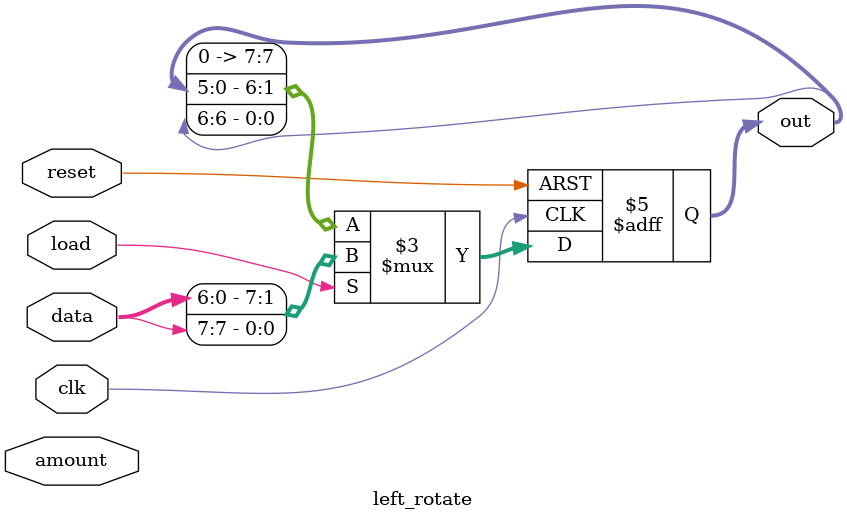
<source format=v>
module left_rotate(clk,reset,amount,data,load,out);
input clk,reset;
input [2:0] amount;
input [7:0] data;
input load;
output reg [7:0] out;
// when load is high, load data to out
// rotate the register out followed by shift left by amount bits
always @(posedge clk or posedge reset)
begin
if(reset)
	out<=8'b0;
else if(load)
	out<={1'b0,data[6:0],data[7]};
else // shift left
	begin
	out<={out[5:0],out[6]};
	end
end
endmodule

</source>
